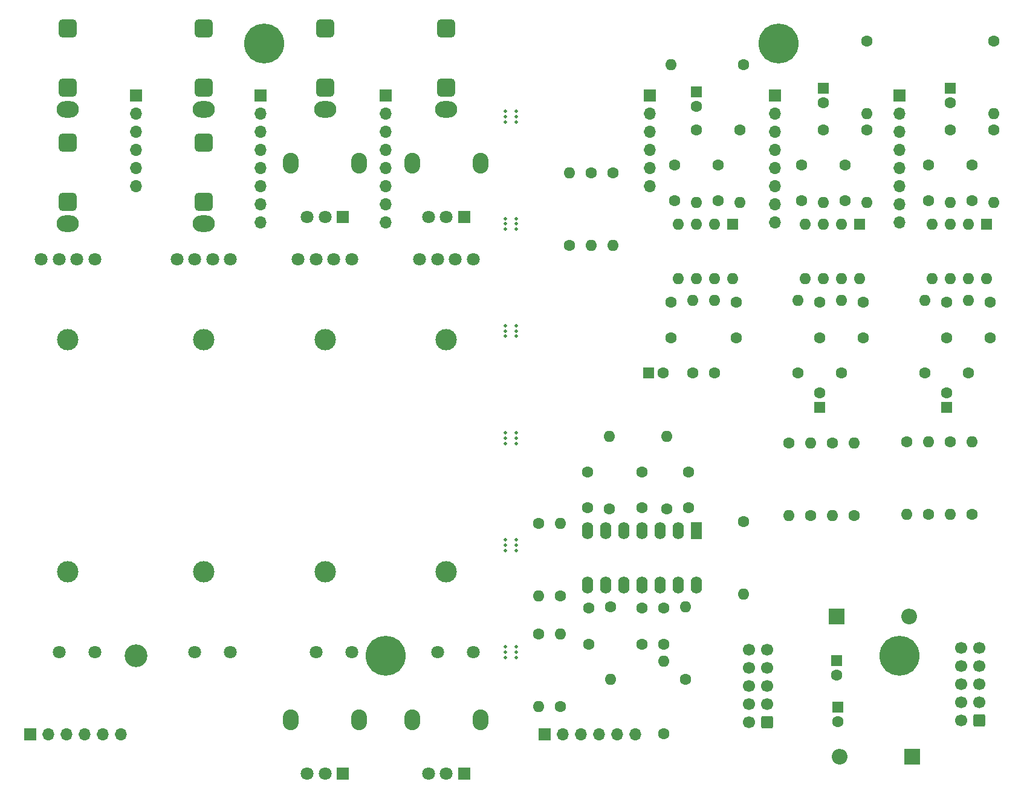
<source format=gbs>
%TF.GenerationSoftware,KiCad,Pcbnew,8.0.8*%
%TF.CreationDate,2025-02-16T22:07:09+00:00*%
%TF.ProjectId,bcm-mixer,62636d2d-6d69-4786-9572-2e6b69636164,rev02*%
%TF.SameCoordinates,Original*%
%TF.FileFunction,Soldermask,Bot*%
%TF.FilePolarity,Negative*%
%FSLAX46Y46*%
G04 Gerber Fmt 4.6, Leading zero omitted, Abs format (unit mm)*
G04 Created by KiCad (PCBNEW 8.0.8) date 2025-02-16 22:07:09*
%MOMM*%
%LPD*%
G01*
G04 APERTURE LIST*
G04 Aperture macros list*
%AMRoundRect*
0 Rectangle with rounded corners*
0 $1 Rounding radius*
0 $2 $3 $4 $5 $6 $7 $8 $9 X,Y pos of 4 corners*
0 Add a 4 corners polygon primitive as box body*
4,1,4,$2,$3,$4,$5,$6,$7,$8,$9,$2,$3,0*
0 Add four circle primitives for the rounded corners*
1,1,$1+$1,$2,$3*
1,1,$1+$1,$4,$5*
1,1,$1+$1,$6,$7*
1,1,$1+$1,$8,$9*
0 Add four rect primitives between the rounded corners*
20,1,$1+$1,$2,$3,$4,$5,0*
20,1,$1+$1,$4,$5,$6,$7,0*
20,1,$1+$1,$6,$7,$8,$9,0*
20,1,$1+$1,$8,$9,$2,$3,0*%
G04 Aperture macros list end*
%ADD10O,3.100000X2.300000*%
%ADD11RoundRect,0.650000X0.650000X0.650000X-0.650000X0.650000X-0.650000X-0.650000X0.650000X-0.650000X0*%
%ADD12C,3.200000*%
%ADD13C,1.600000*%
%ADD14O,1.600000X1.600000*%
%ADD15RoundRect,0.250000X0.600000X0.600000X-0.600000X0.600000X-0.600000X-0.600000X0.600000X-0.600000X0*%
%ADD16C,1.700000*%
%ADD17C,0.500000*%
%ADD18R,1.700000X1.700000*%
%ADD19O,1.700000X1.700000*%
%ADD20R,1.600000X1.600000*%
%ADD21C,5.600000*%
%ADD22R,1.600000X2.400000*%
%ADD23O,1.600000X2.400000*%
%ADD24R,2.200000X2.200000*%
%ADD25O,2.200000X2.200000*%
%ADD26C,3.000000*%
%ADD27C,1.800000*%
%ADD28O,2.200000X2.900000*%
%ADD29R,1.800000X1.800000*%
G04 APERTURE END LIST*
D10*
%TO.C,J2*%
X41000000Y-82480000D03*
D11*
X41000000Y-71080000D03*
X41000000Y-79380000D03*
%TD*%
D10*
%TO.C,J5*%
X60000000Y-82480000D03*
D11*
X60000000Y-71080000D03*
X60000000Y-79380000D03*
%TD*%
D10*
%TO.C,J7*%
X77000000Y-66480000D03*
D11*
X77000000Y-55080000D03*
X77000000Y-63380000D03*
%TD*%
D10*
%TO.C,J4*%
X60000000Y-66480000D03*
D11*
X60000000Y-55080000D03*
X60000000Y-63380000D03*
%TD*%
D10*
%TO.C,J1*%
X41000000Y-66480000D03*
D11*
X41000000Y-55080000D03*
X41000000Y-63380000D03*
%TD*%
D10*
%TO.C,J3*%
X94000000Y-66480000D03*
D11*
X94000000Y-55080000D03*
X94000000Y-63380000D03*
%TD*%
D12*
%TO.C,H5*%
X50500000Y-143000000D03*
%TD*%
D13*
%TO.C,C2*%
X124460000Y-141351000D03*
X124460000Y-136351000D03*
%TD*%
%TO.C,R13*%
X164592000Y-113030000D03*
D14*
X164592000Y-123190000D03*
%TD*%
D15*
%TO.C,J8*%
X138938000Y-152273000D03*
D16*
X136398000Y-152273000D03*
X138938000Y-149733000D03*
X136398000Y-149733000D03*
X138938000Y-147193000D03*
X136398000Y-147193000D03*
X138938000Y-144653000D03*
X136398000Y-144653000D03*
X138938000Y-142113000D03*
X136398000Y-142113000D03*
%TD*%
D13*
%TO.C,R32*%
X114300000Y-75311000D03*
D14*
X114300000Y-85471000D03*
%TD*%
D17*
%TO.C,mouse-bite-2mm-slot*%
X102250000Y-113250000D03*
X103750000Y-113250000D03*
X102250000Y-112500000D03*
X103750000Y-112500000D03*
X102250000Y-111750000D03*
X103750000Y-111750000D03*
%TD*%
D13*
%TO.C,R28*%
X152908000Y-69342000D03*
D14*
X152908000Y-79502000D03*
%TD*%
D18*
%TO.C,J11*%
X85500000Y-64500000D03*
D19*
X85500000Y-67040000D03*
X85500000Y-69580000D03*
X85500000Y-72120000D03*
X85500000Y-74660000D03*
X85500000Y-77200000D03*
X85500000Y-79740000D03*
X85500000Y-82280000D03*
%TD*%
D13*
%TO.C,R5*%
X109982000Y-134620000D03*
D14*
X109982000Y-124460000D03*
%TD*%
D13*
%TO.C,R31*%
X117348000Y-75311000D03*
D14*
X117348000Y-85471000D03*
%TD*%
D13*
%TO.C,R11*%
X167640000Y-123190000D03*
D14*
X167640000Y-113030000D03*
%TD*%
D13*
%TO.C,C5*%
X167640000Y-74248000D03*
X167640000Y-79248000D03*
%TD*%
%TO.C,R35*%
X124460000Y-153924000D03*
D14*
X124460000Y-143764000D03*
%TD*%
D13*
%TO.C,C14*%
X132080000Y-74248000D03*
X132080000Y-79248000D03*
%TD*%
%TO.C,R22*%
X128524000Y-103378000D03*
D14*
X128524000Y-93218000D03*
%TD*%
D13*
%TO.C,R20*%
X135636000Y-60198000D03*
D14*
X125476000Y-60198000D03*
%TD*%
D20*
%TO.C,U4*%
X151882000Y-82560000D03*
D14*
X149342000Y-82560000D03*
X146802000Y-82560000D03*
X144262000Y-82560000D03*
X144262000Y-90180000D03*
X146802000Y-90180000D03*
X149342000Y-90180000D03*
X151882000Y-90180000D03*
%TD*%
D13*
%TO.C,R16*%
X145034000Y-123317000D03*
D14*
X145034000Y-113157000D03*
%TD*%
D13*
%TO.C,R30*%
X149352000Y-103378000D03*
D14*
X149352000Y-93218000D03*
%TD*%
D13*
%TO.C,C4*%
X113919000Y-141351000D03*
X113919000Y-136351000D03*
%TD*%
%TO.C,R21*%
X111252000Y-85471000D03*
D14*
X111252000Y-75311000D03*
%TD*%
D17*
%TO.C,mouse-bite-2mm-slot*%
X102250000Y-98250000D03*
X103750000Y-98250000D03*
X102250000Y-97500000D03*
X103750000Y-97500000D03*
X102250000Y-96750000D03*
X103750000Y-96750000D03*
%TD*%
D13*
%TO.C,R9*%
X167132000Y-103378000D03*
D14*
X167132000Y-93218000D03*
%TD*%
D13*
%TO.C,R24*%
X148082000Y-113157000D03*
D14*
X148082000Y-123317000D03*
%TD*%
D13*
%TO.C,R41*%
X106934000Y-124460000D03*
D14*
X106934000Y-134620000D03*
%TD*%
D18*
%TO.C,J15*%
X50500000Y-64500000D03*
D19*
X50500000Y-67040000D03*
X50500000Y-69580000D03*
X50500000Y-72120000D03*
X50500000Y-74660000D03*
X50500000Y-77200000D03*
%TD*%
D13*
%TO.C,C12*%
X121412000Y-136351000D03*
X121412000Y-141351000D03*
%TD*%
D17*
%TO.C,mouse-bite-2mm-slot*%
X102250000Y-128250000D03*
X103750000Y-128250000D03*
X102250000Y-127500000D03*
X103750000Y-127500000D03*
X102250000Y-126750000D03*
X103750000Y-126750000D03*
%TD*%
%TO.C,mouse-bite-2mm-slot*%
X102250000Y-143250000D03*
X103750000Y-143250000D03*
X102250000Y-142500000D03*
X103750000Y-142500000D03*
X102250000Y-141750000D03*
X103750000Y-141750000D03*
%TD*%
D13*
%TO.C,R23*%
X131572000Y-103378000D03*
D14*
X131572000Y-93218000D03*
%TD*%
D21*
%TO.C,H4*%
X157500000Y-143000000D03*
%TD*%
D15*
%TO.C,J6*%
X168656000Y-152041500D03*
D16*
X166116000Y-152041500D03*
X168656000Y-149501500D03*
X166116000Y-149501500D03*
X168656000Y-146961500D03*
X166116000Y-146961500D03*
X168656000Y-144421500D03*
X166116000Y-144421500D03*
X168656000Y-141881500D03*
X166116000Y-141881500D03*
%TD*%
D13*
%TO.C,R15*%
X116840000Y-122428000D03*
D14*
X116840000Y-112268000D03*
%TD*%
D13*
%TO.C,C11*%
X121412000Y-117221000D03*
X121412000Y-122221000D03*
%TD*%
%TO.C,C9*%
X161544000Y-79248000D03*
X161544000Y-74248000D03*
%TD*%
D18*
%TO.C,J12*%
X68000000Y-64500000D03*
D19*
X68000000Y-67040000D03*
X68000000Y-69580000D03*
X68000000Y-72120000D03*
X68000000Y-74660000D03*
X68000000Y-77200000D03*
X68000000Y-79740000D03*
X68000000Y-82280000D03*
%TD*%
D13*
%TO.C,R27*%
X146812000Y-69342000D03*
D14*
X146812000Y-79502000D03*
%TD*%
D20*
%TO.C,C7*%
X164084000Y-108172000D03*
D13*
X164084000Y-106172000D03*
%TD*%
%TO.C,R10*%
X161544000Y-123190000D03*
D14*
X161544000Y-113030000D03*
%TD*%
D20*
%TO.C,C20*%
X148800000Y-150200000D03*
D13*
X148800000Y-152200000D03*
%TD*%
D20*
%TO.C,C17*%
X122333000Y-103378000D03*
D13*
X124333000Y-103378000D03*
%TD*%
%TO.C,R8*%
X161036000Y-103378000D03*
D14*
X161036000Y-93218000D03*
%TD*%
D13*
%TO.C,R26*%
X152908000Y-56896000D03*
D14*
X152908000Y-67056000D03*
%TD*%
D13*
%TO.C,R7*%
X170688000Y-69342000D03*
D14*
X170688000Y-79502000D03*
%TD*%
D20*
%TO.C,C19*%
X148700000Y-143700000D03*
D13*
X148700000Y-145700000D03*
%TD*%
D20*
%TO.C,C26*%
X146304000Y-108172000D03*
D13*
X146304000Y-106172000D03*
%TD*%
%TO.C,C10*%
X113792000Y-117221000D03*
X113792000Y-122221000D03*
%TD*%
D22*
%TO.C,U3*%
X129037000Y-125486000D03*
D23*
X126497000Y-125486000D03*
X123957000Y-125486000D03*
X121417000Y-125486000D03*
X118877000Y-125486000D03*
X116337000Y-125486000D03*
X113797000Y-125486000D03*
X113797000Y-133106000D03*
X116337000Y-133106000D03*
X118877000Y-133106000D03*
X121417000Y-133106000D03*
X123957000Y-133106000D03*
X126497000Y-133106000D03*
X129037000Y-133106000D03*
%TD*%
D20*
%TO.C,C1*%
X164592000Y-63532000D03*
D13*
X164592000Y-65532000D03*
%TD*%
%TO.C,R14*%
X116967000Y-136144000D03*
D14*
X116967000Y-146304000D03*
%TD*%
D13*
%TO.C,R3*%
X124841000Y-122428000D03*
D14*
X124841000Y-112268000D03*
%TD*%
D21*
%TO.C,H1*%
X68500000Y-57200000D03*
%TD*%
D13*
%TO.C,R17*%
X151130000Y-123317000D03*
D14*
X151130000Y-113157000D03*
%TD*%
D13*
%TO.C,C3*%
X127889000Y-122221000D03*
X127889000Y-117221000D03*
%TD*%
D24*
%TO.C,D1*%
X148700000Y-137500000D03*
D25*
X158860000Y-137500000D03*
%TD*%
D20*
%TO.C,U2*%
X134102000Y-82560000D03*
D14*
X131562000Y-82560000D03*
X129022000Y-82560000D03*
X126482000Y-82560000D03*
X126482000Y-90180000D03*
X129022000Y-90180000D03*
X131562000Y-90180000D03*
X134102000Y-90180000D03*
%TD*%
D13*
%TO.C,R18*%
X129032000Y-69342000D03*
D14*
X129032000Y-79502000D03*
%TD*%
D20*
%TO.C,C13*%
X129032000Y-64040000D03*
D13*
X129032000Y-66040000D03*
%TD*%
%TO.C,R1*%
X170688000Y-56896000D03*
D14*
X170688000Y-67056000D03*
%TD*%
D18*
%TO.C,J16*%
X35750000Y-154000000D03*
D19*
X38290000Y-154000000D03*
X40830000Y-154000000D03*
X43370000Y-154000000D03*
X45910000Y-154000000D03*
X48450000Y-154000000D03*
%TD*%
D21*
%TO.C,H3*%
X85500000Y-143002000D03*
%TD*%
D13*
%TO.C,C16*%
X125984000Y-79248000D03*
X125984000Y-74248000D03*
%TD*%
%TO.C,C25*%
X146304000Y-93472000D03*
X146304000Y-98472000D03*
%TD*%
%TO.C,C8*%
X170180000Y-98472000D03*
X170180000Y-93472000D03*
%TD*%
D20*
%TO.C,U1*%
X169662000Y-82560000D03*
D14*
X167122000Y-82560000D03*
X164582000Y-82560000D03*
X162042000Y-82560000D03*
X162042000Y-90180000D03*
X164582000Y-90180000D03*
X167122000Y-90180000D03*
X169662000Y-90180000D03*
%TD*%
D13*
%TO.C,R40*%
X106934000Y-139954000D03*
D14*
X106934000Y-150114000D03*
%TD*%
D13*
%TO.C,R6*%
X164592000Y-69342000D03*
D14*
X164592000Y-79502000D03*
%TD*%
D17*
%TO.C,mouse-bite-2mm-slot*%
X102250000Y-68250000D03*
X103750000Y-68250000D03*
X102250000Y-67500000D03*
X103750000Y-67500000D03*
X102250000Y-66750000D03*
X103750000Y-66750000D03*
%TD*%
D13*
%TO.C,R36*%
X135636000Y-124206000D03*
D14*
X135636000Y-134366000D03*
%TD*%
D13*
%TO.C,C18*%
X125476000Y-93472000D03*
X125476000Y-98472000D03*
%TD*%
%TO.C,R25*%
X141986000Y-113157000D03*
D14*
X141986000Y-123317000D03*
%TD*%
D24*
%TO.C,D2*%
X159258000Y-157099000D03*
D25*
X149098000Y-157099000D03*
%TD*%
D13*
%TO.C,R12*%
X158496000Y-113030000D03*
D14*
X158496000Y-123190000D03*
%TD*%
D13*
%TO.C,R19*%
X135128000Y-69342000D03*
D14*
X135128000Y-79502000D03*
%TD*%
D17*
%TO.C,mouse-bite-2mm-slot*%
X102250000Y-83250000D03*
X103750000Y-83250000D03*
X102250000Y-82500000D03*
X103750000Y-82500000D03*
X102250000Y-81750000D03*
X103750000Y-81750000D03*
%TD*%
D21*
%TO.C,H2*%
X140500000Y-57200000D03*
%TD*%
D13*
%TO.C,C15*%
X134620000Y-98472000D03*
X134620000Y-93472000D03*
%TD*%
%TO.C,R2*%
X127508000Y-146304000D03*
D14*
X127508000Y-136144000D03*
%TD*%
D13*
%TO.C,R29*%
X143256000Y-103378000D03*
D14*
X143256000Y-93218000D03*
%TD*%
D13*
%TO.C,R4*%
X109982000Y-150114000D03*
D14*
X109982000Y-139954000D03*
%TD*%
D13*
%TO.C,C22*%
X149860000Y-74248000D03*
X149860000Y-79248000D03*
%TD*%
D20*
%TO.C,C21*%
X146812000Y-63532000D03*
D13*
X146812000Y-65532000D03*
%TD*%
%TO.C,C23*%
X152400000Y-98472000D03*
X152400000Y-93472000D03*
%TD*%
%TO.C,C6*%
X164084000Y-93472000D03*
X164084000Y-98472000D03*
%TD*%
%TO.C,C24*%
X143764000Y-79248000D03*
X143764000Y-74248000D03*
%TD*%
D26*
%TO.C,RV3*%
X94000000Y-131250000D03*
X94000000Y-98750000D03*
D27*
X97750000Y-87500000D03*
X95250000Y-87500000D03*
X97750000Y-142500000D03*
X92750000Y-87500000D03*
X90250000Y-87500000D03*
X92750000Y-142500000D03*
%TD*%
D26*
%TO.C,RV6*%
X77000000Y-131250000D03*
X77000000Y-98750000D03*
D27*
X80750000Y-87500000D03*
X78250000Y-87500000D03*
X80750000Y-142500000D03*
X75750000Y-87500000D03*
X73250000Y-87500000D03*
X75750000Y-142500000D03*
%TD*%
D28*
%TO.C,RV9*%
X98800000Y-152000000D03*
X89200000Y-152000000D03*
D29*
X96500000Y-159500000D03*
D27*
X94000000Y-159500000D03*
X91500000Y-159500000D03*
%TD*%
D18*
%TO.C,J10*%
X157500000Y-64500000D03*
D19*
X157500000Y-67040000D03*
X157500000Y-69580000D03*
X157500000Y-72120000D03*
X157500000Y-74660000D03*
X157500000Y-77200000D03*
X157500000Y-79740000D03*
X157500000Y-82280000D03*
%TD*%
D28*
%TO.C,RV5*%
X81800000Y-74000000D03*
X72200000Y-74000000D03*
D29*
X79500000Y-81500000D03*
D27*
X77000000Y-81500000D03*
X74500000Y-81500000D03*
%TD*%
D26*
%TO.C,RV1*%
X41000000Y-131250000D03*
X41000000Y-98750000D03*
D27*
X44750000Y-87500000D03*
X42250000Y-87500000D03*
X44750000Y-142500000D03*
X39750000Y-87500000D03*
X37250000Y-87500000D03*
X39750000Y-142500000D03*
%TD*%
D18*
%TO.C,J14*%
X122500000Y-64500000D03*
D19*
X122500000Y-67040000D03*
X122500000Y-69580000D03*
X122500000Y-72120000D03*
X122500000Y-74660000D03*
X122500000Y-77200000D03*
%TD*%
D28*
%TO.C,RV10*%
X81800000Y-152000000D03*
X72200000Y-152000000D03*
D29*
X79500000Y-159500000D03*
D27*
X77000000Y-159500000D03*
X74500000Y-159500000D03*
%TD*%
D28*
%TO.C,RV2*%
X98800000Y-74000000D03*
X89200000Y-74000000D03*
D29*
X96500000Y-81500000D03*
D27*
X94000000Y-81500000D03*
X91500000Y-81500000D03*
%TD*%
D26*
%TO.C,RV4*%
X60000000Y-131250000D03*
X60000000Y-98750000D03*
D27*
X63750000Y-87500000D03*
X61250000Y-87500000D03*
X63750000Y-142500000D03*
X58750000Y-87500000D03*
X56250000Y-87500000D03*
X58750000Y-142500000D03*
%TD*%
D18*
%TO.C,J17*%
X107750000Y-154000000D03*
D19*
X110290000Y-154000000D03*
X112830000Y-154000000D03*
X115370000Y-154000000D03*
X117910000Y-154000000D03*
X120450000Y-154000000D03*
%TD*%
D18*
%TO.C,J13*%
X140000000Y-64500000D03*
D19*
X140000000Y-67040000D03*
X140000000Y-69580000D03*
X140000000Y-72120000D03*
X140000000Y-74660000D03*
X140000000Y-77200000D03*
X140000000Y-79740000D03*
X140000000Y-82280000D03*
%TD*%
M02*

</source>
